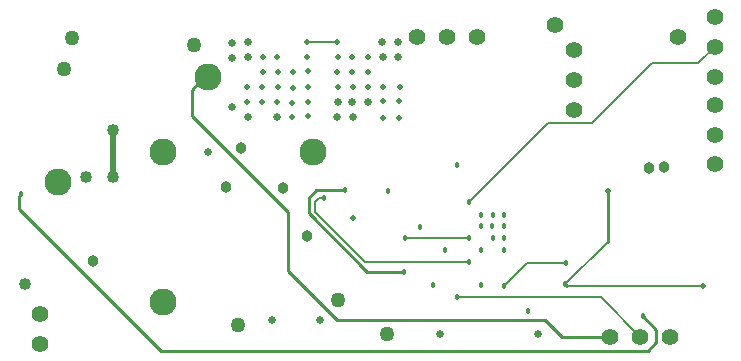
<source format=gbl>
G04 Layer_Physical_Order=4*
G04 Layer_Color=16711680*
%FSLAX43Y43*%
%MOMM*%
G71*
G01*
G75*
%ADD34C,0.152*%
%ADD35C,0.254*%
%ADD38C,0.508*%
%ADD40C,1.397*%
%ADD41C,1.270*%
%ADD42C,0.650*%
%ADD43C,2.286*%
%ADD44C,1.016*%
%ADD45C,0.457*%
%ADD46C,0.965*%
%ADD47C,0.508*%
%ADD48C,0.635*%
D34*
X-37897Y28143D02*
X-35306D01*
X-4750Y26314D02*
X-3327Y27737D01*
X-8687Y26314D02*
X-4750D01*
X-13741Y21260D02*
X-8687Y26314D01*
X-17475Y21260D02*
X-13741D01*
X-24181Y14554D02*
X-17475Y21260D01*
X-21184Y7493D02*
X-19239Y9437D01*
X-15951D01*
X-15850Y7468D02*
X-4318D01*
X-29604Y11494D02*
X-24155D01*
X-32973Y9478D02*
X-24206D01*
X-37186Y13691D02*
X-32973Y9478D01*
X-16002Y7620D02*
X-12395Y11227D01*
X-37186Y13691D02*
Y14580D01*
X-36855Y14910D01*
X-36474D01*
X-25171Y6502D02*
X-12979D01*
X-9652Y3175D01*
D35*
X-47625Y24079D02*
X-46330Y25375D01*
X-47625Y21869D02*
X-39472Y13716D01*
X-62255Y13970D02*
Y15113D01*
X-62128Y15240D01*
X-62255Y13970D02*
X-50267Y1981D01*
X-9042D01*
X-8306Y2718D01*
X-16002Y7620D02*
X-15850Y7468D01*
X-29616Y11506D02*
X-29604Y11494D01*
X-37744Y13614D02*
Y14935D01*
X-39472Y8712D02*
Y13716D01*
Y8712D02*
X-35331Y4572D01*
X-17704D01*
X-12395Y11227D02*
Y15469D01*
X-9474Y4902D02*
X-8306Y3734D01*
Y2718D02*
Y3734D01*
X-47625Y21869D02*
Y24079D01*
X-37744Y14935D02*
X-37084Y15596D01*
X-34646D01*
X-37744Y13614D02*
X-32786Y8656D01*
X-29713D01*
X-17704Y4572D02*
X-16307Y3175D01*
X-12192D01*
D38*
X-54305Y16688D02*
Y20701D01*
D40*
X-60503Y2540D02*
D03*
Y5080D02*
D03*
X-16891Y29591D02*
D03*
X-3353Y22758D02*
D03*
Y20218D02*
D03*
X-3327Y17780D02*
D03*
Y30277D02*
D03*
Y27737D02*
D03*
Y25197D02*
D03*
X-7112Y3175D02*
D03*
X-6477Y28575D02*
D03*
X-9652Y3175D02*
D03*
X-12192D02*
D03*
X-15240Y22352D02*
D03*
Y24892D02*
D03*
Y27432D02*
D03*
X-23495Y28575D02*
D03*
X-26035D02*
D03*
X-28575D02*
D03*
D41*
X-31115Y3404D02*
D03*
X-47473Y27864D02*
D03*
X-57780Y28448D02*
D03*
X-58420Y25832D02*
D03*
X-43713Y4166D02*
D03*
X-35255Y6299D02*
D03*
D42*
X-36811Y4587D02*
D03*
X-40811D02*
D03*
D43*
X-37389Y18796D02*
D03*
X-46279Y25146D02*
D03*
X-50089Y6096D02*
D03*
X-58979Y16256D02*
D03*
X-50089Y18796D02*
D03*
D44*
X-54305Y20701D02*
D03*
X-61773Y7671D02*
D03*
X-56591Y16688D02*
D03*
X-54305D02*
D03*
D45*
X-24181Y14554D02*
D03*
X-62128Y15240D02*
D03*
X-9474Y4902D02*
D03*
X-15951Y9437D02*
D03*
X-21184Y7493D02*
D03*
X-19177Y5359D02*
D03*
X-16002Y7620D02*
D03*
X-25171Y6502D02*
D03*
X-23165Y13513D02*
D03*
X-22174D02*
D03*
X-21184D02*
D03*
X-23190Y12522D02*
D03*
X-22200Y12548D02*
D03*
X-21184Y12522D02*
D03*
X-28321Y12497D02*
D03*
X-22174Y11506D02*
D03*
X-21184Y11532D02*
D03*
Y10490D02*
D03*
X-23165Y10516D02*
D03*
X-27178Y7518D02*
D03*
X-26162Y10516D02*
D03*
X-24206Y9478D02*
D03*
X-24155Y11494D02*
D03*
X-29616Y11506D02*
D03*
X-23190Y7518D02*
D03*
X-31064Y15519D02*
D03*
X-29713Y8656D02*
D03*
X-34646Y15596D02*
D03*
X-25222Y17704D02*
D03*
X-36474Y14910D02*
D03*
D46*
X-56007Y9576D02*
D03*
X-7645Y17501D02*
D03*
X-8915Y17475D02*
D03*
X-43459Y19177D02*
D03*
X-37922Y11684D02*
D03*
X-39878Y15723D02*
D03*
X-44780Y15850D02*
D03*
D47*
X-33985Y13259D02*
D03*
X-37897Y28143D02*
D03*
X-35306Y28118D02*
D03*
X-37846Y26822D02*
D03*
X-37821Y23038D02*
D03*
X-41681Y23012D02*
D03*
X-42926D02*
D03*
X-40386D02*
D03*
X-35306Y25603D02*
D03*
X-34036D02*
D03*
X-32715Y25552D02*
D03*
X-35281Y26848D02*
D03*
X-34061D02*
D03*
X-32741Y26822D02*
D03*
X-30048Y24308D02*
D03*
X-31445Y23139D02*
D03*
X-30099Y23089D02*
D03*
X-31445Y21717D02*
D03*
Y24308D02*
D03*
X-32715D02*
D03*
X-33985D02*
D03*
X-35281D02*
D03*
X-39116Y21768D02*
D03*
X-37795Y24308D02*
D03*
X-37770Y25654D02*
D03*
X-39091Y25578D02*
D03*
Y24257D02*
D03*
X-40335Y24282D02*
D03*
X-40361Y25578D02*
D03*
X-40386Y26848D02*
D03*
X-41605D02*
D03*
X-41681Y24308D02*
D03*
X-41605Y25578D02*
D03*
X-42926Y24308D02*
D03*
X-30074Y21717D02*
D03*
X-39116Y22987D02*
D03*
X-4318Y7468D02*
D03*
X-12395Y15469D02*
D03*
X-37770Y21844D02*
D03*
D48*
X-30175Y26848D02*
D03*
Y28143D02*
D03*
X-31471Y26822D02*
D03*
X-31496Y28143D02*
D03*
X-42901Y28118D02*
D03*
X-44247Y26797D02*
D03*
X-44221Y28042D02*
D03*
X-42901Y26822D02*
D03*
X-32715Y23038D02*
D03*
X-34036Y23012D02*
D03*
X-35281Y23038D02*
D03*
X-34011Y21768D02*
D03*
X-42901D02*
D03*
X-35331Y21742D02*
D03*
X-40462D02*
D03*
X-44221Y22581D02*
D03*
X-18339Y3378D02*
D03*
X-26645D02*
D03*
X-46228Y18796D02*
D03*
M02*

</source>
